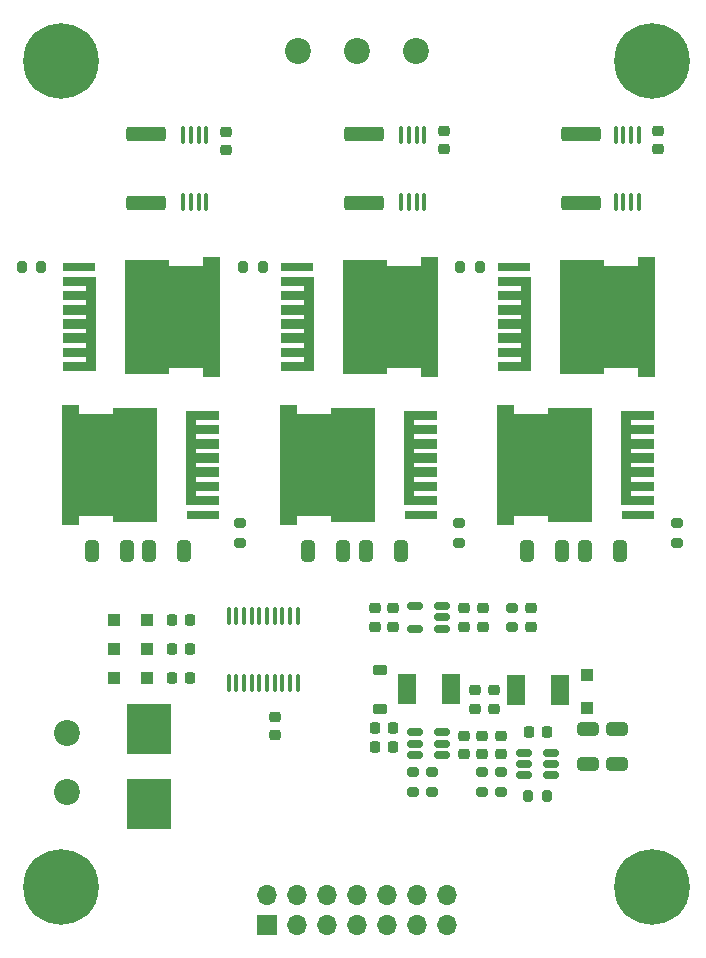
<source format=gbr>
%TF.GenerationSoftware,KiCad,Pcbnew,7.0.7*%
%TF.CreationDate,2024-02-22T20:28:59+08:00*%
%TF.ProjectId,hardware,68617264-7761-4726-952e-6b696361645f,rev?*%
%TF.SameCoordinates,Original*%
%TF.FileFunction,Soldermask,Top*%
%TF.FilePolarity,Negative*%
%FSLAX46Y46*%
G04 Gerber Fmt 4.6, Leading zero omitted, Abs format (unit mm)*
G04 Created by KiCad (PCBNEW 7.0.7) date 2024-02-22 20:28:59*
%MOMM*%
%LPD*%
G01*
G04 APERTURE LIST*
G04 Aperture macros list*
%AMRoundRect*
0 Rectangle with rounded corners*
0 $1 Rounding radius*
0 $2 $3 $4 $5 $6 $7 $8 $9 X,Y pos of 4 corners*
0 Add a 4 corners polygon primitive as box body*
4,1,4,$2,$3,$4,$5,$6,$7,$8,$9,$2,$3,0*
0 Add four circle primitives for the rounded corners*
1,1,$1+$1,$2,$3*
1,1,$1+$1,$4,$5*
1,1,$1+$1,$6,$7*
1,1,$1+$1,$8,$9*
0 Add four rect primitives between the rounded corners*
20,1,$1+$1,$2,$3,$4,$5,0*
20,1,$1+$1,$4,$5,$6,$7,0*
20,1,$1+$1,$6,$7,$8,$9,0*
20,1,$1+$1,$8,$9,$2,$3,0*%
%AMFreePoly0*
4,1,30,0.400000,-4.000000,-0.400000,-4.000000,-2.400000,-4.000000,-2.400000,-3.200000,-0.400000,-3.200000,-0.400000,-2.800000,-2.400000,-2.800000,-2.400000,-2.000000,-0.400000,-2.000000,-0.400000,-1.600000,-2.400000,-1.600000,-2.400000,-0.800000,-0.400000,-0.800000,-0.400000,-0.400000,-2.400000,-0.400000,-2.400000,0.400000,-0.400000,0.400000,-0.400000,0.800000,-2.400000,0.800000,-2.400000,1.600000,
-0.400000,1.600000,-0.400000,2.000000,-2.400000,2.000000,-2.400000,2.800000,-0.400000,2.800000,-0.400000,3.200000,-2.400000,3.200000,-2.400000,4.000000,0.400000,4.000000,0.400000,-4.000000,0.400000,-4.000000,$1*%
%AMFreePoly1*
4,1,13,2.850000,-5.050000,1.450000,-5.050000,1.450000,-4.350000,-1.450000,-4.350000,-1.450000,-4.850000,-5.150000,-4.850000,-5.150000,4.850000,-1.450000,4.850000,-1.450000,4.350000,1.450000,4.350000,1.450000,5.050000,2.850000,5.050000,2.850000,-5.050000,2.850000,-5.050000,$1*%
G04 Aperture macros list end*
%ADD10RoundRect,0.250000X0.300000X0.300000X-0.300000X0.300000X-0.300000X-0.300000X0.300000X-0.300000X0*%
%ADD11R,2.800000X0.800000*%
%ADD12FreePoly0,0.000000*%
%ADD13FreePoly1,0.000000*%
%ADD14RoundRect,0.225000X-0.250000X0.225000X-0.250000X-0.225000X0.250000X-0.225000X0.250000X0.225000X0*%
%ADD15RoundRect,0.200000X0.200000X0.275000X-0.200000X0.275000X-0.200000X-0.275000X0.200000X-0.275000X0*%
%ADD16RoundRect,0.250000X-0.325000X-0.650000X0.325000X-0.650000X0.325000X0.650000X-0.325000X0.650000X0*%
%ADD17RoundRect,0.150000X-0.512500X-0.150000X0.512500X-0.150000X0.512500X0.150000X-0.512500X0.150000X0*%
%ADD18RoundRect,0.200000X-0.200000X-0.275000X0.200000X-0.275000X0.200000X0.275000X-0.200000X0.275000X0*%
%ADD19RoundRect,0.250000X1.425000X-0.362500X1.425000X0.362500X-1.425000X0.362500X-1.425000X-0.362500X0*%
%ADD20C,2.200000*%
%ADD21RoundRect,0.225000X-0.225000X-0.250000X0.225000X-0.250000X0.225000X0.250000X-0.225000X0.250000X0*%
%ADD22RoundRect,0.100000X0.100000X-0.637500X0.100000X0.637500X-0.100000X0.637500X-0.100000X-0.637500X0*%
%ADD23FreePoly0,180.000000*%
%ADD24FreePoly1,180.000000*%
%ADD25RoundRect,0.250000X-0.650000X0.325000X-0.650000X-0.325000X0.650000X-0.325000X0.650000X0.325000X0*%
%ADD26RoundRect,0.225000X0.225000X0.250000X-0.225000X0.250000X-0.225000X-0.250000X0.225000X-0.250000X0*%
%ADD27RoundRect,0.150000X0.512500X0.150000X-0.512500X0.150000X-0.512500X-0.150000X0.512500X-0.150000X0*%
%ADD28RoundRect,0.200000X0.275000X-0.200000X0.275000X0.200000X-0.275000X0.200000X-0.275000X-0.200000X0*%
%ADD29RoundRect,0.225000X0.250000X-0.225000X0.250000X0.225000X-0.250000X0.225000X-0.250000X-0.225000X0*%
%ADD30RoundRect,0.225000X0.375000X-0.225000X0.375000X0.225000X-0.375000X0.225000X-0.375000X-0.225000X0*%
%ADD31C,0.800000*%
%ADD32C,6.400000*%
%ADD33RoundRect,0.200000X-0.275000X0.200000X-0.275000X-0.200000X0.275000X-0.200000X0.275000X0.200000X0*%
%ADD34RoundRect,0.218750X0.256250X-0.218750X0.256250X0.218750X-0.256250X0.218750X-0.256250X-0.218750X0*%
%ADD35R,1.500000X2.500000*%
%ADD36RoundRect,0.250000X0.325000X0.650000X-0.325000X0.650000X-0.325000X-0.650000X0.325000X-0.650000X0*%
%ADD37R,1.700000X1.700000*%
%ADD38O,1.700000X1.700000*%
%ADD39RoundRect,0.250000X-0.300000X0.300000X-0.300000X-0.300000X0.300000X-0.300000X0.300000X0.300000X0*%
%ADD40R,3.810000X4.240000*%
G04 APERTURE END LIST*
D10*
%TO.C,D6*%
X125475000Y-119200000D03*
X122675000Y-119200000D03*
%TD*%
D11*
%TO.C,Q2*%
X119680000Y-84400000D03*
D12*
X120680000Y-89200000D03*
D13*
X128730000Y-88600000D03*
%TD*%
D14*
%TO.C,C20*%
X144712500Y-113275000D03*
X144712500Y-114825000D03*
%TD*%
D15*
%TO.C,R4*%
X159350000Y-129175000D03*
X157700000Y-129175000D03*
%TD*%
D16*
%TO.C,C15*%
X139100000Y-108400000D03*
X142050000Y-108400000D03*
%TD*%
D17*
%TO.C,U3*%
X157387500Y-125525000D03*
X157387500Y-126475000D03*
X157387500Y-127425000D03*
X159662500Y-127425000D03*
X159662500Y-126475000D03*
X159662500Y-125525000D03*
%TD*%
D18*
%TO.C,R10*%
X114825000Y-84400000D03*
X116475000Y-84400000D03*
%TD*%
D19*
%TO.C,R15*%
X162200000Y-79000000D03*
X162200000Y-73075000D03*
%TD*%
D18*
%TO.C,R12*%
X151975000Y-84400000D03*
X153625000Y-84400000D03*
%TD*%
D19*
%TO.C,R13*%
X125400000Y-79000000D03*
X125400000Y-73075000D03*
%TD*%
D14*
%TO.C,C8*%
X152312500Y-113275000D03*
X152312500Y-114825000D03*
%TD*%
%TO.C,C4*%
X155450000Y-124100000D03*
X155450000Y-125650000D03*
%TD*%
%TO.C,C6*%
X153850000Y-124100000D03*
X153850000Y-125650000D03*
%TD*%
D16*
%TO.C,C17*%
X157650000Y-108450000D03*
X160600000Y-108450000D03*
%TD*%
D20*
%TO.C,U6*%
X138200000Y-66050000D03*
X143200000Y-66050000D03*
X148200000Y-66050000D03*
%TD*%
D21*
%TO.C,C1*%
X157750000Y-123725000D03*
X159300000Y-123725000D03*
%TD*%
D19*
%TO.C,R14*%
X143850000Y-79000000D03*
X143850000Y-73075000D03*
%TD*%
D14*
%TO.C,C5*%
X152250000Y-124100000D03*
X152250000Y-125650000D03*
%TD*%
D16*
%TO.C,C13*%
X120800000Y-108450000D03*
X123750000Y-108450000D03*
%TD*%
D11*
%TO.C,Q6*%
X156500000Y-84400000D03*
D12*
X157500000Y-89200000D03*
D13*
X165550000Y-88600000D03*
%TD*%
D22*
%TO.C,U5*%
X132350000Y-119612500D03*
X133000000Y-119612500D03*
X133650000Y-119612500D03*
X134300000Y-119612500D03*
X134950000Y-119612500D03*
X135600000Y-119612500D03*
X136250000Y-119612500D03*
X136900000Y-119612500D03*
X137550000Y-119612500D03*
X138200000Y-119612500D03*
X138200000Y-113887500D03*
X137550000Y-113887500D03*
X136900000Y-113887500D03*
X136250000Y-113887500D03*
X135600000Y-113887500D03*
X134950000Y-113887500D03*
X134300000Y-113887500D03*
X133650000Y-113887500D03*
X133000000Y-113887500D03*
X132350000Y-113887500D03*
%TD*%
D11*
%TO.C,Q3*%
X148630000Y-105350000D03*
D23*
X147630000Y-100550000D03*
D24*
X139580000Y-101150000D03*
%TD*%
D25*
%TO.C,C11*%
X165200000Y-123500000D03*
X165200000Y-126450000D03*
%TD*%
D26*
%TO.C,C21*%
X129100000Y-114300000D03*
X127550000Y-114300000D03*
%TD*%
%TO.C,C12*%
X146275000Y-123450000D03*
X144725000Y-123450000D03*
%TD*%
D10*
%TO.C,D5*%
X125475000Y-116750000D03*
X122675000Y-116750000D03*
%TD*%
D18*
%TO.C,R11*%
X133575000Y-84400000D03*
X135225000Y-84400000D03*
%TD*%
D22*
%TO.C,U9*%
X165125000Y-78900000D03*
X165775000Y-78900000D03*
X166425000Y-78900000D03*
X167075000Y-78900000D03*
X167075000Y-73175000D03*
X166425000Y-73175000D03*
X165775000Y-73175000D03*
X165125000Y-73175000D03*
%TD*%
D27*
%TO.C,U1*%
X150450000Y-115000000D03*
X150450000Y-114050000D03*
X150450000Y-113100000D03*
X148175000Y-113100000D03*
X148175000Y-115000000D03*
%TD*%
D28*
%TO.C,R8*%
X151850000Y-107725000D03*
X151850000Y-106075000D03*
%TD*%
D29*
%TO.C,C3*%
X153250000Y-121775000D03*
X153250000Y-120225000D03*
%TD*%
D30*
%TO.C,D1*%
X145150000Y-121825000D03*
X145150000Y-118525000D03*
%TD*%
D31*
%TO.C,H1*%
X115800000Y-136900000D03*
X116502944Y-135202944D03*
X116502944Y-138597056D03*
X118200000Y-134500000D03*
D32*
X118200000Y-136900000D03*
D31*
X118200000Y-139300000D03*
X119897056Y-135202944D03*
X119897056Y-138597056D03*
X120600000Y-136900000D03*
%TD*%
D33*
%TO.C,R5*%
X149550000Y-127150000D03*
X149550000Y-128800000D03*
%TD*%
D14*
%TO.C,C7*%
X153912500Y-113275000D03*
X153912500Y-114825000D03*
%TD*%
D34*
%TO.C,D2*%
X157925000Y-114837500D03*
X157925000Y-113262500D03*
%TD*%
D31*
%TO.C,H2*%
X165800000Y-66900000D03*
X166502944Y-65202944D03*
X166502944Y-68597056D03*
X168200000Y-64500000D03*
D32*
X168200000Y-66900000D03*
D31*
X168200000Y-69300000D03*
X169897056Y-65202944D03*
X169897056Y-68597056D03*
X170600000Y-66900000D03*
%TD*%
D11*
%TO.C,Q5*%
X166980000Y-105350000D03*
D23*
X165980000Y-100550000D03*
D24*
X157930000Y-101150000D03*
%TD*%
D33*
%TO.C,R3*%
X155450000Y-127150000D03*
X155450000Y-128800000D03*
%TD*%
%TO.C,R1*%
X156350000Y-113225000D03*
X156350000Y-114875000D03*
%TD*%
D35*
%TO.C,L1*%
X147450000Y-120125000D03*
X151150000Y-120125000D03*
%TD*%
D22*
%TO.C,U8*%
X146975000Y-78900000D03*
X147625000Y-78900000D03*
X148275000Y-78900000D03*
X148925000Y-78900000D03*
X148925000Y-73175000D03*
X148275000Y-73175000D03*
X147625000Y-73175000D03*
X146975000Y-73175000D03*
%TD*%
D11*
%TO.C,Q4*%
X138150000Y-84400000D03*
D12*
X139150000Y-89200000D03*
D13*
X147200000Y-88600000D03*
%TD*%
D31*
%TO.C,H4*%
X165800000Y-136900000D03*
X166502944Y-135202944D03*
X166502944Y-138597056D03*
X168200000Y-134500000D03*
D32*
X168200000Y-136900000D03*
D31*
X168200000Y-139300000D03*
X169897056Y-135202944D03*
X169897056Y-138597056D03*
X170600000Y-136900000D03*
%TD*%
D14*
%TO.C,C27*%
X168750000Y-72875000D03*
X168750000Y-74425000D03*
%TD*%
D25*
%TO.C,C10*%
X162750000Y-123500000D03*
X162750000Y-126450000D03*
%TD*%
D20*
%TO.C,U4*%
X118650000Y-123842500D03*
X118650000Y-128842500D03*
%TD*%
D14*
%TO.C,C26*%
X150600000Y-72875000D03*
X150600000Y-74425000D03*
%TD*%
D35*
%TO.C,L2*%
X160375000Y-120225000D03*
X156675000Y-120225000D03*
%TD*%
D26*
%TO.C,C23*%
X129100000Y-119200000D03*
X127550000Y-119200000D03*
%TD*%
D28*
%TO.C,R6*%
X153850000Y-128800000D03*
X153850000Y-127150000D03*
%TD*%
D31*
%TO.C,H3*%
X115800000Y-66900000D03*
X116502944Y-65202944D03*
X116502944Y-68597056D03*
X118200000Y-64500000D03*
D32*
X118200000Y-66900000D03*
D31*
X118200000Y-69300000D03*
X119897056Y-65202944D03*
X119897056Y-68597056D03*
X120600000Y-66900000D03*
%TD*%
D36*
%TO.C,C18*%
X165475000Y-108450000D03*
X162525000Y-108450000D03*
%TD*%
%TO.C,C16*%
X146950000Y-108400000D03*
X144000000Y-108400000D03*
%TD*%
D17*
%TO.C,U2*%
X148162500Y-123775000D03*
X148162500Y-124725000D03*
X148162500Y-125675000D03*
X150437500Y-125675000D03*
X150437500Y-124725000D03*
X150437500Y-123775000D03*
%TD*%
D26*
%TO.C,C28*%
X146275000Y-125050000D03*
X144725000Y-125050000D03*
%TD*%
D37*
%TO.C,J2*%
X135600000Y-140100000D03*
D38*
X135600000Y-137560000D03*
X138140000Y-140100000D03*
X138140000Y-137560000D03*
X140680000Y-140100000D03*
X140680000Y-137560000D03*
X143220000Y-140100000D03*
X143220000Y-137560000D03*
X145760000Y-140100000D03*
X145760000Y-137560000D03*
X148300000Y-140100000D03*
X148300000Y-137560000D03*
X150840000Y-140100000D03*
X150840000Y-137560000D03*
%TD*%
D10*
%TO.C,D4*%
X125475000Y-114300000D03*
X122675000Y-114300000D03*
%TD*%
D28*
%TO.C,R2*%
X148000000Y-128800000D03*
X148000000Y-127150000D03*
%TD*%
D29*
%TO.C,C2*%
X154800000Y-121775000D03*
X154800000Y-120225000D03*
%TD*%
D14*
%TO.C,C19*%
X146312500Y-113275000D03*
X146312500Y-114825000D03*
%TD*%
%TO.C,C24*%
X136250000Y-122475000D03*
X136250000Y-124025000D03*
%TD*%
D28*
%TO.C,R7*%
X133350000Y-107725000D03*
X133350000Y-106075000D03*
%TD*%
%TO.C,R9*%
X170300000Y-107725000D03*
X170300000Y-106075000D03*
%TD*%
D26*
%TO.C,C22*%
X129100000Y-116750000D03*
X127550000Y-116750000D03*
%TD*%
D11*
%TO.C,Q1*%
X130155000Y-105350000D03*
D23*
X129155000Y-100550000D03*
D24*
X121105000Y-101150000D03*
%TD*%
D36*
%TO.C,C14*%
X128550000Y-108450000D03*
X125600000Y-108450000D03*
%TD*%
D14*
%TO.C,C25*%
X132150000Y-72925000D03*
X132150000Y-74475000D03*
%TD*%
D22*
%TO.C,U7*%
X128525000Y-78900000D03*
X129175000Y-78900000D03*
X129825000Y-78900000D03*
X130475000Y-78900000D03*
X130475000Y-73175000D03*
X129825000Y-73175000D03*
X129175000Y-73175000D03*
X128525000Y-73175000D03*
%TD*%
D39*
%TO.C,D3*%
X162725000Y-118925000D03*
X162725000Y-121725000D03*
%TD*%
D40*
%TO.C,F1*%
X125625000Y-123460000D03*
X125625000Y-129840000D03*
%TD*%
M02*

</source>
